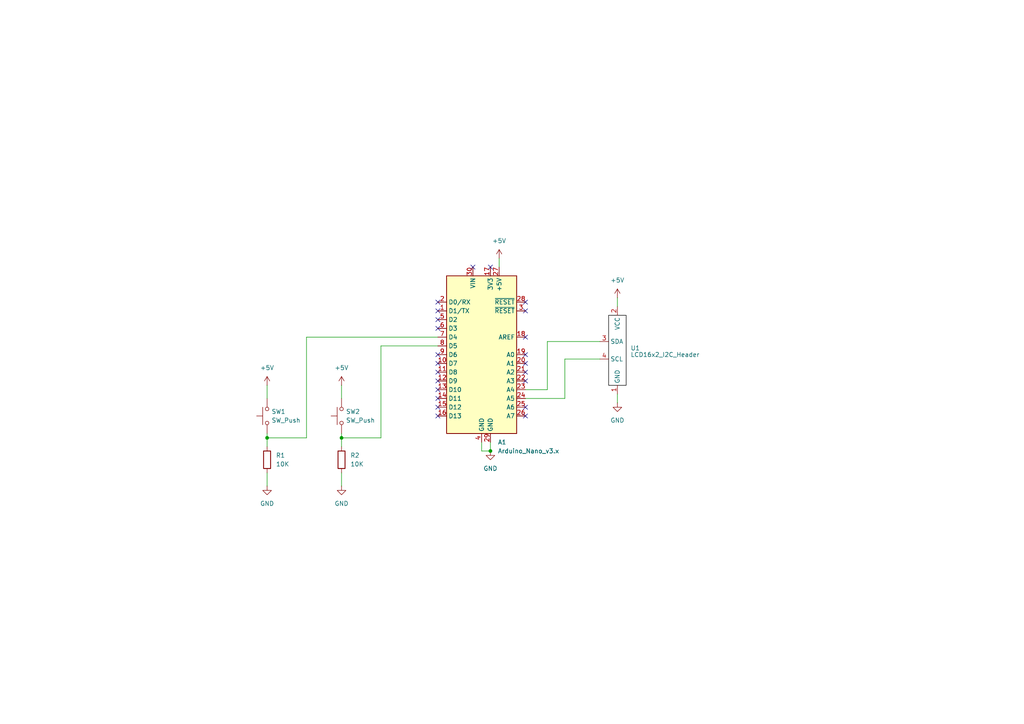
<source format=kicad_sch>
(kicad_sch (version 20250114) (generator "eeschema") (generator_version "9.0")
  (paper "A4")
  (lib_symbols
    (symbol "Device:R" (pin_numbers (hide yes)) (pin_names (offset 0))
      (property "Reference" "R" (at 2.032 0 90))
      (property "Value" "R" (at 0 0 90))
      (symbol "R_0_1"
        (rectangle (start -1.016 -2.54) (end 1.016 2.54) (stroke (width 0.254)))
      )
      (symbol "R_1_1"
        (pin passive line (at 0 3.81 270) (length 1.27) (name "~") (number "1"))
        (pin passive line (at 0 -3.81 90) (length 1.27) (name "~") (number "2"))
      )
    )
    (symbol "LCD16x2_I2C:LCD16x2_I2C_Header"
      (property "Reference" "U" (at 0 0 0))
      (property "Value" "LCD16x2_I2C_Header" (at 13.716 0 0))
      (symbol "LCD16x2_I2C_Header_1_1"
        (rectangle (start -2.54 10.16) (end 2.54 -10.16) (stroke (width 0) (color 0 0 0 1)))
        (pin bidirectional line (at -5.08 2.54 0) (length 2.54) (name "SDA") (number "3"))
        (pin bidirectional line (at -5.08 -2.54 0) (length 2.54) (name "SCL") (number "4"))
        (pin power_in line (at 0 12.7 270) (length 2.54) (name "VCC") (number "2"))
        (pin power_in line (at 0 -12.7 90) (length 2.54) (name "GND") (number "1"))
      )
    )
    (symbol "MCU_Module:Arduino_Nano_v3.x"
      (property "Reference" "A" (at -10.16 23.495 0))
      (property "Value" "Arduino_Nano_v3.x" (at 5.08 -24.13 0))
      (symbol "Arduino_Nano_v3.x_0_1"
        (rectangle (start -10.16 22.86) (end 10.16 -22.86) (stroke (width 0.254)) (fill (type background)))
      )
      (symbol "Arduino_Nano_v3.x_1_1"
        (pin bidirectional line (at -12.7 15.24 0) (length 2.54) (name "D0/RX") (number "2"))
        (pin bidirectional line (at -12.7 12.7 0) (length 2.54) (name "D1/TX") (number "1"))
        (pin bidirectional line (at -12.7 10.16 0) (length 2.54) (name "D2") (number "5"))
        (pin bidirectional line (at -12.7 7.62 0) (length 2.54) (name "D3") (number "6"))
        (pin bidirectional line (at -12.7 5.08 0) (length 2.54) (name "D4") (number "7"))
        (pin bidirectional line (at -12.7 2.54 0) (length 2.54) (name "D5") (number "8"))
        (pin bidirectional line (at -12.7 0 0) (length 2.54) (name "D6") (number "9"))
        (pin bidirectional line (at -12.7 -2.54 0) (length 2.54) (name "D7") (number "10"))
        (pin bidirectional line (at -12.7 -5.08 0) (length 2.54) (name "D8") (number "11"))
        (pin bidirectional line (at -12.7 -7.62 0) (length 2.54) (name "D9") (number "12"))
        (pin bidirectional line (at -12.7 -10.16 0) (length 2.54) (name "D10") (number "13"))
        (pin bidirectional line (at -12.7 -12.7 0) (length 2.54) (name "D11") (number "14"))
        (pin bidirectional line (at -12.7 -15.24 0) (length 2.54) (name "D12") (number "15"))
        (pin bidirectional line (at -12.7 -17.78 0) (length 2.54) (name "D13") (number "16"))
        (pin power_in line (at -2.54 25.4 270) (length 2.54) (name "VIN") (number "30"))
        (pin power_in line (at 0 -25.4 90) (length 2.54) (name "GND") (number "4"))
        (pin power_out line (at 2.54 25.4 270) (length 2.54) (name "3V3") (number "17"))
        (pin power_in line (at 2.54 -25.4 90) (length 2.54) (name "GND") (number "29"))
        (pin power_out line (at 5.08 25.4 270) (length 2.54) (name "+5V") (number "27"))
        (pin input line (at 12.7 15.24 180) (length 2.54) (name "~{RESET}") (number "28"))
        (pin input line (at 12.7 12.7 180) (length 2.54) (name "~{RESET}") (number "3"))
        (pin input line (at 12.7 5.08 180) (length 2.54) (name "AREF") (number "18"))
        (pin bidirectional line (at 12.7 0 180) (length 2.54) (name "A0") (number "19"))
        (pin bidirectional line (at 12.7 -2.54 180) (length 2.54) (name "A1") (number "20"))
        (pin bidirectional line (at 12.7 -5.08 180) (length 2.54) (name "A2") (number "21"))
        (pin bidirectional line (at 12.7 -7.62 180) (length 2.54) (name "A3") (number "22"))
        (pin bidirectional line (at 12.7 -10.16 180) (length 2.54) (name "A4") (number "23"))
        (pin bidirectional line (at 12.7 -12.7 180) (length 2.54) (name "A5") (number "24"))
        (pin bidirectional line (at 12.7 -15.24 180) (length 2.54) (name "A6") (number "25"))
        (pin bidirectional line (at 12.7 -17.78 180) (length 2.54) (name "A7") (number "26"))
      )
    )
    (symbol "Switch:SW_Push" (pin_numbers (hide yes)) (pin_names (offset 1.016) (hide yes))
      (property "Reference" "SW" (at 1.27 2.54 0))
      (property "Value" "SW_Push" (at 0 -1.524 0))
      (symbol "SW_Push_0_1"
        (circle (center -2.032 0) (radius 0.508))
        (polyline (pts (xy 0 1.27) (xy 0 3.048)))
        (circle (center 2.032 0) (radius 0.508))
        (polyline (pts (xy 2.54 1.27) (xy -2.54 1.27)))
        (pin passive line (at -5.08 0 0) (length 2.54) (name "1") (number "1"))
        (pin passive line (at 5.08 0 180) (length 2.54) (name "2") (number "2"))
      )
    )
    (symbol "power:+5V" (power) (pin_numbers (hide yes)) (pin_names (offset 0) (hide yes))
      (property "Value" "+5V" (at 0 3.556 0))
      (symbol "+5V_0_1"
        (polyline (pts (xy -0.762 1.27) (xy 0 2.54)))
        (polyline (pts (xy 0 2.54) (xy 0.762 1.27)))
        (polyline (pts (xy 0 0) (xy 0 2.54)))
      )
      (symbol "+5V_1_1"
        (pin power_in line (at 0 0 90) (length 0) (name "~") (number "1"))
      )
    )
    (symbol "power:GND" (power) (pin_numbers (hide yes)) (pin_names (offset 0) (hide yes))
      (property "Value" "GND" (at 0 -3.81 0))
      (symbol "GND_0_1"
        (polyline (pts (xy 0 0) (xy 0 -1.27) (xy 1.27 -1.27) (xy 0 -2.54) (xy -1.27 -1.27) (xy 0 -1.27)))
      )
      (symbol "GND_1_1"
        (pin power_in line (at 0 0 270) (length 0) (name "~") (number "1"))
      )
    )
  )
  (junction (at 142.24 130.81))
  (junction (at 99.06 127))
  (junction (at 77.47 127))
  (no_connect (at 152.4 120.65))
  (no_connect (at 127 95.25))
  (no_connect (at 152.4 90.17))
  (no_connect (at 127 115.57))
  (no_connect (at 137.16 77.47))
  (no_connect (at 127 120.65))
  (no_connect (at 127 102.87))
  (no_connect (at 127 87.63))
  (no_connect (at 127 107.95))
  (no_connect (at 152.4 110.49))
  (no_connect (at 127 118.11))
  (no_connect (at 152.4 87.63))
  (no_connect (at 152.4 107.95))
  (no_connect (at 152.4 102.87))
  (no_connect (at 152.4 118.11))
  (no_connect (at 142.24 77.47))
  (no_connect (at 127 113.03))
  (no_connect (at 127 90.17))
  (no_connect (at 152.4 105.41))
  (no_connect (at 127 110.49))
  (no_connect (at 127 92.71))
  (no_connect (at 127 105.41))
  (no_connect (at 152.4 97.79))
  (wire (pts (xy 144.78 74.93) (xy 144.78 77.47)))
  (wire (pts (xy 77.47 127) (xy 77.47 129.54)))
  (wire (pts (xy 99.06 127) (xy 110.49 127)))
  (wire (pts (xy 142.24 128.27) (xy 142.24 130.81)))
  (wire (pts (xy 99.06 127) (xy 99.06 129.54)))
  (wire (pts (xy 139.7 128.27) (xy 139.7 130.81)))
  (wire (pts (xy 77.47 137.16) (xy 77.47 140.97)))
  (wire (pts (xy 77.47 125.73) (xy 77.47 127)))
  (wire (pts (xy 158.75 99.06) (xy 158.75 113.03)))
  (wire (pts (xy 110.49 100.33) (xy 127 100.33)))
  (wire (pts (xy 163.83 115.57) (xy 152.4 115.57)))
  (wire (pts (xy 99.06 111.76) (xy 99.06 115.57)))
  (wire (pts (xy 88.9 97.79) (xy 127 97.79)))
  (wire (pts (xy 110.49 127) (xy 110.49 100.33)))
  (wire (pts (xy 99.06 137.16) (xy 99.06 140.97)))
  (wire (pts (xy 179.07 86.36) (xy 179.07 88.9)))
  (wire (pts (xy 173.99 99.06) (xy 158.75 99.06)))
  (wire (pts (xy 179.07 114.3) (xy 179.07 116.84)))
  (wire (pts (xy 163.83 104.14) (xy 163.83 115.57)))
  (wire (pts (xy 99.06 125.73) (xy 99.06 127)))
  (wire (pts (xy 158.75 113.03) (xy 152.4 113.03)))
  (wire (pts (xy 139.7 130.81) (xy 142.24 130.81)))
  (wire (pts (xy 88.9 127) (xy 88.9 97.79)))
  (wire (pts (xy 173.99 104.14) (xy 163.83 104.14)))
  (wire (pts (xy 77.47 127) (xy 88.9 127)))
  (wire (pts (xy 77.47 111.76) (xy 77.47 115.57)))
  (symbol (lib_id "power:+5V") (at 179.07 86.36 0) (unit 1)
    (property "Reference" "#PWR08" (effects (hide yes)))
    (property "Value" "+5V" (at 179.07 81.28 0))
    (property "Description" "Power symbol creates a global label with name \"+5V\"" (effects (hide yes)))
  )
  (symbol (lib_id "power:+5V") (at 77.47 111.76 0) (unit 1)
    (property "Reference" "#PWR04" (effects (hide yes)))
    (property "Value" "+5V" (at 77.47 106.68 0))
    (property "Description" "Power symbol creates a global label with name \"+5V\"" (effects (hide yes)))
  )
  (symbol (lib_id "power:GND") (at 99.06 140.97 0) (unit 1)
    (property "Reference" "#PWR06" (effects (hide yes)))
    (property "Value" "GND" (at 99.06 146.05 0))
    (property "Description" "Power symbol creates a global label with name \"GND\" , ground" (effects (hide yes)))
  )
  (symbol (lib_id "power:GND") (at 179.07 116.84 0) (unit 1)
    (property "Reference" "#PWR07" (effects (hide yes)))
    (property "Value" "GND" (at 179.07 121.92 0))
    (property "Description" "Power symbol creates a global label with name \"GND\" , ground" (effects (hide yes)))
  )
  (symbol (lib_id "power:+5V") (at 99.06 111.76 0) (unit 1)
    (property "Reference" "#PWR05" (effects (hide yes)))
    (property "Value" "+5V" (at 99.06 106.68 0))
    (property "Description" "Power symbol creates a global label with name \"+5V\"" (effects (hide yes)))
  )
  (symbol (lib_id "Device:R") (at 77.47 133.35 0) (unit 1)
    (property "Reference" "R1" (at 80.01 132.0799 0) (effects (justify left)))
    (property "Value" "10K" (at 80.01 134.6199 0) (effects (justify left)))
    (property "Footprint" "Resistor_THT:R_Axial_DIN0207_L6.3mm_D2.5mm_P7.62mm_Horizontal" (effects (hide yes)))
    (property "Description" "Resistor" (effects (hide yes)))
  )
  (symbol (lib_id "MCU_Module:Arduino_Nano_v3.x") (at 139.7 102.87 0) (unit 1)
    (property "Reference" "A1" (at 144.3833 128.27 0) (effects (justify left)))
    (property "Value" "Arduino_Nano_v3.x" (at 144.3833 130.81 0) (effects (justify left)))
    (property "Footprint" "Module:Arduino_Nano" (effects (hide yes)))
    (property "Datasheet" "http://www.mouser.com/pdfdocs/Gravitech_Arduino_Nano3_0.pdf" (effects (hide yes)))
    (property "Description" "Arduino Nano v3.x" (effects (hide yes)))
  )
  (symbol (lib_id "power:GND") (at 142.24 130.81 0) (unit 1)
    (property "Reference" "#PWR02" (effects (hide yes)))
    (property "Value" "GND" (at 142.24 135.89 0))
    (property "Description" "Power symbol creates a global label with name \"GND\" , ground" (effects (hide yes)))
  )
  (symbol (lib_id "Switch:SW_Push") (at 99.06 120.65 90) (unit 1)
    (property "Reference" "SW2" (at 100.33 119.3799 90) (effects (justify right)))
    (property "Value" "SW_Push" (at 100.33 121.9199 90) (effects (justify right)))
    (property "Footprint" "Button_Switch_THT:SW_PUSH_6mm" (effects (hide yes)))
    (property "Description" "Push button switch, generic, two pins" (effects (hide yes)))
  )
  (symbol (lib_id "power:+5V") (at 144.78 74.93 0) (unit 1)
    (property "Reference" "#PWR01" (effects (hide yes)))
    (property "Value" "+5V" (at 144.78 69.85 0))
    (property "Description" "Power symbol creates a global label with name \"+5V\"" (effects (hide yes)))
  )
  (symbol (lib_id "power:GND") (at 77.47 140.97 0) (unit 1)
    (property "Reference" "#PWR03" (effects (hide yes)))
    (property "Value" "GND" (at 77.47 146.05 0))
    (property "Description" "Power symbol creates a global label with name \"GND\" , ground" (effects (hide yes)))
  )
  (symbol (lib_id "Switch:SW_Push") (at 77.47 120.65 90) (unit 1)
    (property "Reference" "SW1" (at 78.74 119.3799 90) (effects (justify right)))
    (property "Value" "SW_Push" (at 78.74 121.9199 90) (effects (justify right)))
    (property "Footprint" "Button_Switch_THT:SW_PUSH_6mm" (effects (hide yes)))
    (property "Description" "Push button switch, generic, two pins" (effects (hide yes)))
  )
  (symbol (lib_id "Device:R") (at 99.06 133.35 0) (unit 1)
    (property "Reference" "R2" (at 101.6 132.0799 0) (effects (justify left)))
    (property "Value" "10K" (at 101.6 134.6199 0) (effects (justify left)))
    (property "Footprint" "Resistor_THT:R_Axial_DIN0207_L6.3mm_D2.5mm_P7.62mm_Horizontal" (effects (hide yes)))
    (property "Description" "Resistor" (effects (hide yes)))
  )
  (symbol (lib_id "LCD16x2_I2C:LCD16x2_I2C_Header") (at 179.07 101.6 0) (unit 1)
    (property "Reference" "U1" (at 182.88 100.9649 0) (effects (justify left)))
    (property "Value" "LCD16x2_I2C_Header" (at 182.88 102.87 0) (effects (justify left)))
    (property "Footprint" "Connector_PinSocket_2.54mm:PinSocket_1x04_P2.54mm_Vertical" (effects (hide yes)))
  )
)
</source>
